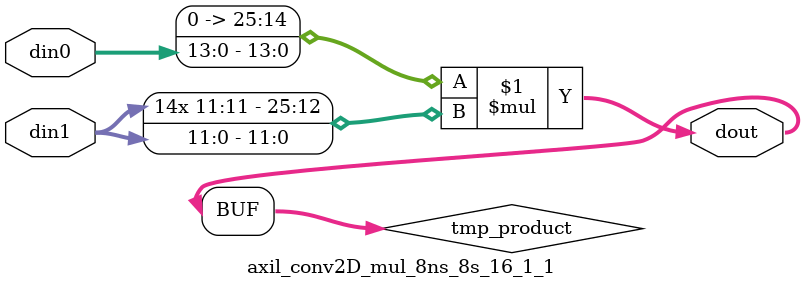
<source format=v>

`timescale 1 ns / 1 ps

 module axil_conv2D_mul_8ns_8s_16_1_1(din0, din1, dout);
parameter ID = 1;
parameter NUM_STAGE = 0;
parameter din0_WIDTH = 14;
parameter din1_WIDTH = 12;
parameter dout_WIDTH = 26;

input [din0_WIDTH - 1 : 0] din0; 
input [din1_WIDTH - 1 : 0] din1; 
output [dout_WIDTH - 1 : 0] dout;

wire signed [dout_WIDTH - 1 : 0] tmp_product;

























assign tmp_product = $signed({1'b0, din0}) * $signed(din1);










assign dout = tmp_product;





















endmodule

</source>
